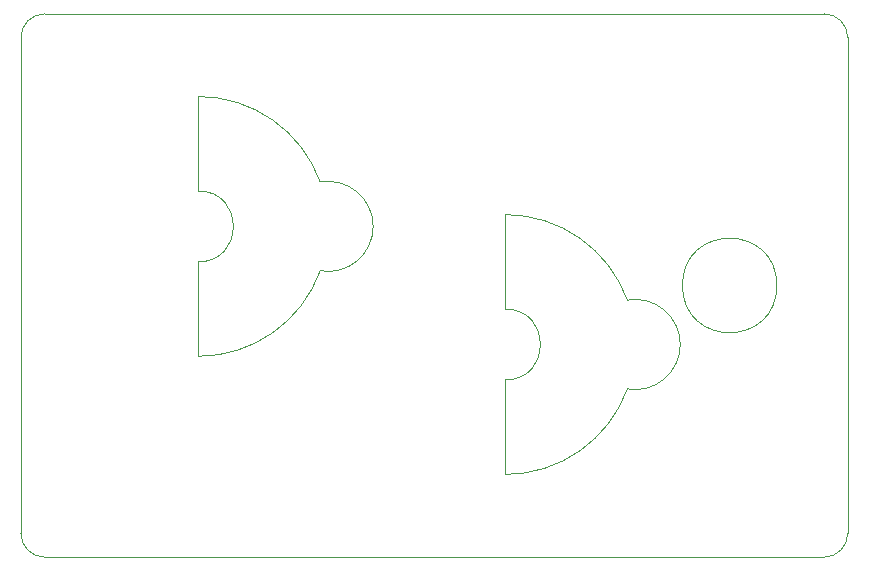
<source format=gm1>
G04 #@! TF.GenerationSoftware,KiCad,Pcbnew,8.0.2-1.fc40*
G04 #@! TF.CreationDate,2024-05-26T08:13:30-07:00*
G04 #@! TF.ProjectId,busicard-top,62757369-6361-4726-942d-746f702e6b69,rev?*
G04 #@! TF.SameCoordinates,Original*
G04 #@! TF.FileFunction,Profile,NP*
%FSLAX46Y46*%
G04 Gerber Fmt 4.6, Leading zero omitted, Abs format (unit mm)*
G04 Created by KiCad (PCBNEW 8.0.2-1.fc40) date 2024-05-26 08:13:30*
%MOMM*%
%LPD*%
G01*
G04 APERTURE LIST*
G04 #@! TA.AperFunction,Profile*
%ADD10C,0.050000*%
G04 #@! TD*
G04 APERTURE END LIST*
D10*
X132000000Y-123000000D02*
G75*
G02*
X130000000Y-121000000I0J2000000D01*
G01*
X171000000Y-94000000D02*
X171000000Y-102000000D01*
X200000000Y-116000000D02*
X200000000Y-121000000D01*
X145000000Y-98000000D02*
X145000000Y-106000000D01*
X171000000Y-102000000D02*
G75*
G02*
X171000000Y-108000000I0J-3000000D01*
G01*
X145000000Y-92000000D02*
G75*
G02*
X145000000Y-98000000I0J-3000000D01*
G01*
X198000000Y-77000000D02*
X132000000Y-77000000D01*
X145000000Y-84000000D02*
G75*
G02*
X155337728Y-91240826I0J-11000000D01*
G01*
X155337728Y-91240826D02*
G75*
G02*
X155337728Y-98759174I662272J-3759174D01*
G01*
X181337728Y-108759174D02*
G75*
G02*
X171000000Y-116000000I-10337728J3759174D01*
G01*
X171000000Y-108000000D02*
X171000000Y-116000000D01*
X200000000Y-121000000D02*
G75*
G02*
X198000000Y-123000000I-2000000J0D01*
G01*
X171000000Y-94000000D02*
G75*
G02*
X181337728Y-101240826I0J-11000000D01*
G01*
X130000000Y-121000000D02*
X130000000Y-79000000D01*
X200000000Y-116000000D02*
X200000000Y-79000000D01*
X155337728Y-98759174D02*
G75*
G02*
X145000000Y-106000000I-10337728J3759174D01*
G01*
X145000000Y-84000000D02*
X145000000Y-92000000D01*
X181337728Y-101240826D02*
G75*
G02*
X181337728Y-108759174I662272J-3759174D01*
G01*
X198000000Y-123000000D02*
X132000000Y-123000000D01*
X198000000Y-77000000D02*
G75*
G02*
X200000000Y-79000000I0J-2000000D01*
G01*
X130000000Y-79000000D02*
G75*
G02*
X132000000Y-77000000I2000000J0D01*
G01*
X194000000Y-100000000D02*
G75*
G02*
X186000000Y-100000000I-4000000J0D01*
G01*
X186000000Y-100000000D02*
G75*
G02*
X194000000Y-100000000I4000000J0D01*
G01*
M02*

</source>
